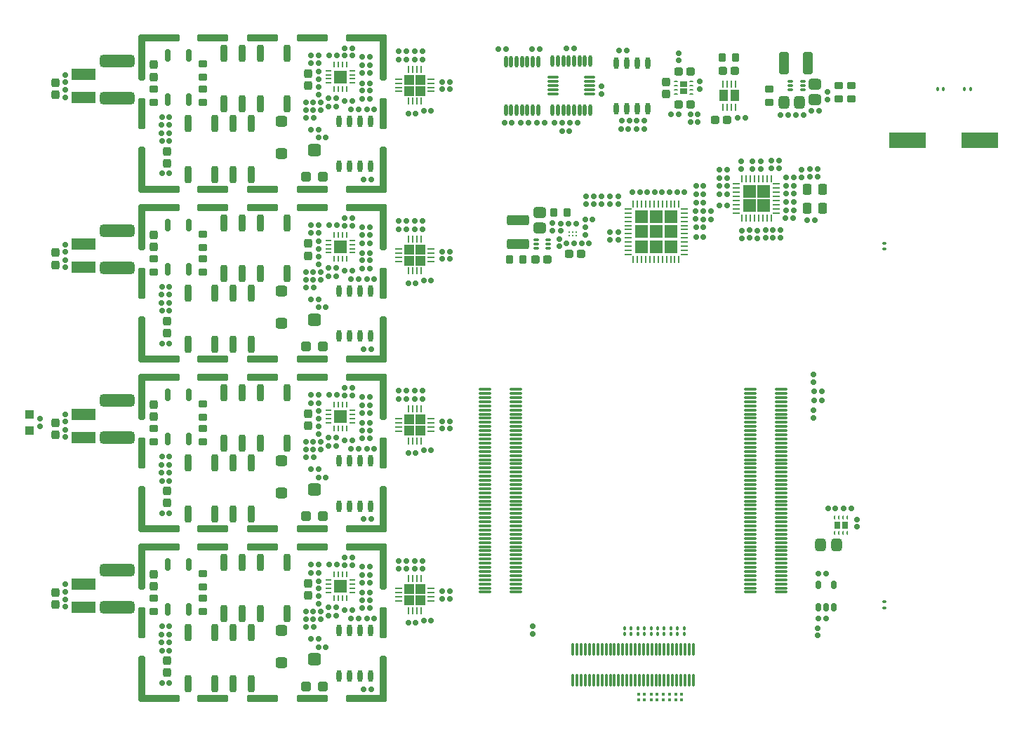
<source format=gtp>
G04*
G04 #@! TF.GenerationSoftware,Altium Limited,Altium Designer,22.4.2 (48)*
G04*
G04 Layer_Color=8421504*
%FSAX25Y25*%
%MOIN*%
G70*
G04*
G04 #@! TF.SameCoordinates,5E64B9DA-0424-454E-A7BF-F7E50E35A289*
G04*
G04*
G04 #@! TF.FilePolarity,Positive*
G04*
G01*
G75*
%ADD20R,0.04331X0.05512*%
%ADD21R,0.04331X0.05512*%
%ADD22R,0.02756X0.03543*%
%ADD23R,0.03543X0.02756*%
%ADD24R,0.06299X0.06299*%
%ADD25R,0.04528X0.04528*%
%ADD26R,0.06102X0.06102*%
G04:AMPARAMS|DCode=27|XSize=23.62mil|YSize=23.62mil|CornerRadius=5.91mil|HoleSize=0mil|Usage=FLASHONLY|Rotation=0.000|XOffset=0mil|YOffset=0mil|HoleType=Round|Shape=RoundedRectangle|*
%AMROUNDEDRECTD27*
21,1,0.02362,0.01181,0,0,0.0*
21,1,0.01181,0.02362,0,0,0.0*
1,1,0.01181,0.00591,-0.00591*
1,1,0.01181,-0.00591,-0.00591*
1,1,0.01181,-0.00591,0.00591*
1,1,0.01181,0.00591,0.00591*
%
%ADD27ROUNDEDRECTD27*%
G04:AMPARAMS|DCode=28|XSize=19.68mil|YSize=11.81mil|CornerRadius=2.95mil|HoleSize=0mil|Usage=FLASHONLY|Rotation=90.000|XOffset=0mil|YOffset=0mil|HoleType=Round|Shape=RoundedRectangle|*
%AMROUNDEDRECTD28*
21,1,0.01968,0.00591,0,0,90.0*
21,1,0.01378,0.01181,0,0,90.0*
1,1,0.00591,0.00295,0.00689*
1,1,0.00591,0.00295,-0.00689*
1,1,0.00591,-0.00295,-0.00689*
1,1,0.00591,-0.00295,0.00689*
%
%ADD28ROUNDEDRECTD28*%
G04:AMPARAMS|DCode=29|XSize=173.23mil|YSize=74.8mil|CornerRadius=3.74mil|HoleSize=0mil|Usage=FLASHONLY|Rotation=0.000|XOffset=0mil|YOffset=0mil|HoleType=Round|Shape=RoundedRectangle|*
%AMROUNDEDRECTD29*
21,1,0.17323,0.06732,0,0,0.0*
21,1,0.16575,0.07480,0,0,0.0*
1,1,0.00748,0.08287,-0.03366*
1,1,0.00748,-0.08287,-0.03366*
1,1,0.00748,-0.08287,0.03366*
1,1,0.00748,0.08287,0.03366*
%
%ADD29ROUNDEDRECTD29*%
G04:AMPARAMS|DCode=30|XSize=39.37mil|YSize=35.43mil|CornerRadius=8.86mil|HoleSize=0mil|Usage=FLASHONLY|Rotation=0.000|XOffset=0mil|YOffset=0mil|HoleType=Round|Shape=RoundedRectangle|*
%AMROUNDEDRECTD30*
21,1,0.03937,0.01772,0,0,0.0*
21,1,0.02165,0.03543,0,0,0.0*
1,1,0.01772,0.01083,-0.00886*
1,1,0.01772,-0.01083,-0.00886*
1,1,0.01772,-0.01083,0.00886*
1,1,0.01772,0.01083,0.00886*
%
%ADD30ROUNDEDRECTD30*%
G04:AMPARAMS|DCode=31|XSize=39.37mil|YSize=35.43mil|CornerRadius=8.86mil|HoleSize=0mil|Usage=FLASHONLY|Rotation=270.000|XOffset=0mil|YOffset=0mil|HoleType=Round|Shape=RoundedRectangle|*
%AMROUNDEDRECTD31*
21,1,0.03937,0.01772,0,0,270.0*
21,1,0.02165,0.03543,0,0,270.0*
1,1,0.01772,-0.00886,-0.01083*
1,1,0.01772,-0.00886,0.01083*
1,1,0.01772,0.00886,0.01083*
1,1,0.01772,0.00886,-0.01083*
%
%ADD31ROUNDEDRECTD31*%
G04:AMPARAMS|DCode=32|XSize=23.62mil|YSize=23.62mil|CornerRadius=5.91mil|HoleSize=0mil|Usage=FLASHONLY|Rotation=270.000|XOffset=0mil|YOffset=0mil|HoleType=Round|Shape=RoundedRectangle|*
%AMROUNDEDRECTD32*
21,1,0.02362,0.01181,0,0,270.0*
21,1,0.01181,0.02362,0,0,270.0*
1,1,0.01181,-0.00591,-0.00591*
1,1,0.01181,-0.00591,0.00591*
1,1,0.01181,0.00591,0.00591*
1,1,0.01181,0.00591,-0.00591*
%
%ADD32ROUNDEDRECTD32*%
G04:AMPARAMS|DCode=33|XSize=107.09mil|YSize=48.42mil|CornerRadius=12.11mil|HoleSize=0mil|Usage=FLASHONLY|Rotation=270.000|XOffset=0mil|YOffset=0mil|HoleType=Round|Shape=RoundedRectangle|*
%AMROUNDEDRECTD33*
21,1,0.10709,0.02421,0,0,270.0*
21,1,0.08287,0.04842,0,0,270.0*
1,1,0.02421,-0.01211,-0.04144*
1,1,0.02421,-0.01211,0.04144*
1,1,0.02421,0.01211,0.04144*
1,1,0.02421,0.01211,-0.04144*
%
%ADD33ROUNDEDRECTD33*%
G04:AMPARAMS|DCode=34|XSize=59.06mil|YSize=51.18mil|CornerRadius=12.8mil|HoleSize=0mil|Usage=FLASHONLY|Rotation=180.000|XOffset=0mil|YOffset=0mil|HoleType=Round|Shape=RoundedRectangle|*
%AMROUNDEDRECTD34*
21,1,0.05906,0.02559,0,0,180.0*
21,1,0.03347,0.05118,0,0,180.0*
1,1,0.02559,-0.01673,0.01280*
1,1,0.02559,0.01673,0.01280*
1,1,0.02559,0.01673,-0.01280*
1,1,0.02559,-0.01673,-0.01280*
%
%ADD34ROUNDEDRECTD34*%
G04:AMPARAMS|DCode=35|XSize=59.06mil|YSize=51.18mil|CornerRadius=12.8mil|HoleSize=0mil|Usage=FLASHONLY|Rotation=270.000|XOffset=0mil|YOffset=0mil|HoleType=Round|Shape=RoundedRectangle|*
%AMROUNDEDRECTD35*
21,1,0.05906,0.02559,0,0,270.0*
21,1,0.03347,0.05118,0,0,270.0*
1,1,0.02559,-0.01280,-0.01673*
1,1,0.02559,-0.01280,0.01673*
1,1,0.02559,0.01280,0.01673*
1,1,0.02559,0.01280,-0.01673*
%
%ADD35ROUNDEDRECTD35*%
G04:AMPARAMS|DCode=36|XSize=11.81mil|YSize=26.38mil|CornerRadius=2.95mil|HoleSize=0mil|Usage=FLASHONLY|Rotation=270.000|XOffset=0mil|YOffset=0mil|HoleType=Round|Shape=RoundedRectangle|*
%AMROUNDEDRECTD36*
21,1,0.01181,0.02047,0,0,270.0*
21,1,0.00591,0.02638,0,0,270.0*
1,1,0.00591,-0.01024,-0.00295*
1,1,0.00591,-0.01024,0.00295*
1,1,0.00591,0.01024,0.00295*
1,1,0.00591,0.01024,-0.00295*
%
%ADD36ROUNDEDRECTD36*%
G04:AMPARAMS|DCode=37|XSize=37.4mil|YSize=41.34mil|CornerRadius=9.35mil|HoleSize=0mil|Usage=FLASHONLY|Rotation=270.000|XOffset=0mil|YOffset=0mil|HoleType=Round|Shape=RoundedRectangle|*
%AMROUNDEDRECTD37*
21,1,0.03740,0.02264,0,0,270.0*
21,1,0.01870,0.04134,0,0,270.0*
1,1,0.01870,-0.01132,-0.00935*
1,1,0.01870,-0.01132,0.00935*
1,1,0.01870,0.01132,0.00935*
1,1,0.01870,0.01132,-0.00935*
%
%ADD37ROUNDEDRECTD37*%
G04:AMPARAMS|DCode=38|XSize=9.84mil|YSize=35.43mil|CornerRadius=2.46mil|HoleSize=0mil|Usage=FLASHONLY|Rotation=180.000|XOffset=0mil|YOffset=0mil|HoleType=Round|Shape=RoundedRectangle|*
%AMROUNDEDRECTD38*
21,1,0.00984,0.03051,0,0,180.0*
21,1,0.00492,0.03543,0,0,180.0*
1,1,0.00492,-0.00246,0.01526*
1,1,0.00492,0.00246,0.01526*
1,1,0.00492,0.00246,-0.01526*
1,1,0.00492,-0.00246,-0.01526*
%
%ADD38ROUNDEDRECTD38*%
G04:AMPARAMS|DCode=39|XSize=25.2mil|YSize=25.2mil|CornerRadius=6.3mil|HoleSize=0mil|Usage=FLASHONLY|Rotation=270.000|XOffset=0mil|YOffset=0mil|HoleType=Round|Shape=RoundedRectangle|*
%AMROUNDEDRECTD39*
21,1,0.02520,0.01260,0,0,270.0*
21,1,0.01260,0.02520,0,0,270.0*
1,1,0.01260,-0.00630,-0.00630*
1,1,0.01260,-0.00630,0.00630*
1,1,0.01260,0.00630,0.00630*
1,1,0.01260,0.00630,-0.00630*
%
%ADD39ROUNDEDRECTD39*%
%ADD40O,0.05512X0.01378*%
%ADD41O,0.01772X0.05512*%
G04:AMPARAMS|DCode=42|XSize=25.2mil|YSize=25.2mil|CornerRadius=6.3mil|HoleSize=0mil|Usage=FLASHONLY|Rotation=0.000|XOffset=0mil|YOffset=0mil|HoleType=Round|Shape=RoundedRectangle|*
%AMROUNDEDRECTD42*
21,1,0.02520,0.01260,0,0,0.0*
21,1,0.01260,0.02520,0,0,0.0*
1,1,0.01260,0.00630,-0.00630*
1,1,0.01260,-0.00630,-0.00630*
1,1,0.01260,-0.00630,0.00630*
1,1,0.01260,0.00630,0.00630*
%
%ADD42ROUNDEDRECTD42*%
%ADD43O,0.02362X0.05709*%
G04:AMPARAMS|DCode=44|XSize=9.84mil|YSize=19.68mil|CornerRadius=2.46mil|HoleSize=0mil|Usage=FLASHONLY|Rotation=180.000|XOffset=0mil|YOffset=0mil|HoleType=Round|Shape=RoundedRectangle|*
%AMROUNDEDRECTD44*
21,1,0.00984,0.01476,0,0,180.0*
21,1,0.00492,0.01968,0,0,180.0*
1,1,0.00492,-0.00246,0.00738*
1,1,0.00492,0.00246,0.00738*
1,1,0.00492,0.00246,-0.00738*
1,1,0.00492,-0.00246,-0.00738*
%
%ADD44ROUNDEDRECTD44*%
%ADD45O,0.00984X0.03347*%
%ADD46O,0.03150X0.00984*%
%ADD47O,0.00984X0.03150*%
G04:AMPARAMS|DCode=48|XSize=19.68mil|YSize=11.81mil|CornerRadius=2.95mil|HoleSize=0mil|Usage=FLASHONLY|Rotation=0.000|XOffset=0mil|YOffset=0mil|HoleType=Round|Shape=RoundedRectangle|*
%AMROUNDEDRECTD48*
21,1,0.01968,0.00591,0,0,0.0*
21,1,0.01378,0.01181,0,0,0.0*
1,1,0.00591,0.00689,-0.00295*
1,1,0.00591,-0.00689,-0.00295*
1,1,0.00591,-0.00689,0.00295*
1,1,0.00591,0.00689,0.00295*
%
%ADD48ROUNDEDRECTD48*%
G04:AMPARAMS|DCode=49|XSize=9.84mil|YSize=19.68mil|CornerRadius=2.46mil|HoleSize=0mil|Usage=FLASHONLY|Rotation=90.000|XOffset=0mil|YOffset=0mil|HoleType=Round|Shape=RoundedRectangle|*
%AMROUNDEDRECTD49*
21,1,0.00984,0.01476,0,0,90.0*
21,1,0.00492,0.01968,0,0,90.0*
1,1,0.00492,0.00738,0.00246*
1,1,0.00492,0.00738,-0.00246*
1,1,0.00492,-0.00738,-0.00246*
1,1,0.00492,-0.00738,0.00246*
%
%ADD49ROUNDEDRECTD49*%
G04:AMPARAMS|DCode=50|XSize=37.4mil|YSize=41.34mil|CornerRadius=9.35mil|HoleSize=0mil|Usage=FLASHONLY|Rotation=0.000|XOffset=0mil|YOffset=0mil|HoleType=Round|Shape=RoundedRectangle|*
%AMROUNDEDRECTD50*
21,1,0.03740,0.02264,0,0,0.0*
21,1,0.01870,0.04134,0,0,0.0*
1,1,0.01870,0.00935,-0.01132*
1,1,0.01870,-0.00935,-0.01132*
1,1,0.01870,-0.00935,0.01132*
1,1,0.01870,0.00935,0.01132*
%
%ADD50ROUNDEDRECTD50*%
G04:AMPARAMS|DCode=51|XSize=23.62mil|YSize=60.63mil|CornerRadius=5.91mil|HoleSize=0mil|Usage=FLASHONLY|Rotation=180.000|XOffset=0mil|YOffset=0mil|HoleType=Round|Shape=RoundedRectangle|*
%AMROUNDEDRECTD51*
21,1,0.02362,0.04882,0,0,180.0*
21,1,0.01181,0.06063,0,0,180.0*
1,1,0.01181,-0.00591,0.02441*
1,1,0.01181,0.00591,0.02441*
1,1,0.01181,0.00591,-0.02441*
1,1,0.01181,-0.00591,-0.02441*
%
%ADD51ROUNDEDRECTD51*%
G04:AMPARAMS|DCode=52|XSize=31.5mil|YSize=81.1mil|CornerRadius=7.87mil|HoleSize=0mil|Usage=FLASHONLY|Rotation=180.000|XOffset=0mil|YOffset=0mil|HoleType=Round|Shape=RoundedRectangle|*
%AMROUNDEDRECTD52*
21,1,0.03150,0.06535,0,0,180.0*
21,1,0.01575,0.08110,0,0,180.0*
1,1,0.01575,-0.00787,0.03268*
1,1,0.01575,0.00787,0.03268*
1,1,0.01575,0.00787,-0.03268*
1,1,0.01575,-0.00787,-0.03268*
%
%ADD52ROUNDEDRECTD52*%
%ADD53O,0.03347X0.00984*%
G04:AMPARAMS|DCode=54|XSize=112.21mil|YSize=55.12mil|CornerRadius=2.76mil|HoleSize=0mil|Usage=FLASHONLY|Rotation=180.000|XOffset=0mil|YOffset=0mil|HoleType=Round|Shape=RoundedRectangle|*
%AMROUNDEDRECTD54*
21,1,0.11221,0.04961,0,0,180.0*
21,1,0.10669,0.05512,0,0,180.0*
1,1,0.00551,-0.05335,0.02480*
1,1,0.00551,0.05335,0.02480*
1,1,0.00551,0.05335,-0.02480*
1,1,0.00551,-0.05335,-0.02480*
%
%ADD54ROUNDEDRECTD54*%
G04:AMPARAMS|DCode=55|XSize=59.06mil|YSize=165.35mil|CornerRadius=14.76mil|HoleSize=0mil|Usage=FLASHONLY|Rotation=90.000|XOffset=0mil|YOffset=0mil|HoleType=Round|Shape=RoundedRectangle|*
%AMROUNDEDRECTD55*
21,1,0.05906,0.13583,0,0,90.0*
21,1,0.02953,0.16535,0,0,90.0*
1,1,0.02953,0.06791,0.01476*
1,1,0.02953,0.06791,-0.01476*
1,1,0.02953,-0.06791,-0.01476*
1,1,0.02953,-0.06791,0.01476*
%
%ADD55ROUNDEDRECTD55*%
G04:AMPARAMS|DCode=56|XSize=62.99mil|YSize=59.06mil|CornerRadius=14.76mil|HoleSize=0mil|Usage=FLASHONLY|Rotation=0.000|XOffset=0mil|YOffset=0mil|HoleType=Round|Shape=RoundedRectangle|*
%AMROUNDEDRECTD56*
21,1,0.06299,0.02953,0,0,0.0*
21,1,0.03347,0.05906,0,0,0.0*
1,1,0.02953,0.01673,-0.01476*
1,1,0.02953,-0.01673,-0.01476*
1,1,0.02953,-0.01673,0.01476*
1,1,0.02953,0.01673,0.01476*
%
%ADD56ROUNDEDRECTD56*%
G04:AMPARAMS|DCode=57|XSize=47.24mil|YSize=47.24mil|CornerRadius=11.81mil|HoleSize=0mil|Usage=FLASHONLY|Rotation=0.000|XOffset=0mil|YOffset=0mil|HoleType=Round|Shape=RoundedRectangle|*
%AMROUNDEDRECTD57*
21,1,0.04724,0.02362,0,0,0.0*
21,1,0.02362,0.04724,0,0,0.0*
1,1,0.02362,0.01181,-0.01181*
1,1,0.02362,-0.01181,-0.01181*
1,1,0.02362,-0.01181,0.01181*
1,1,0.02362,0.01181,0.01181*
%
%ADD57ROUNDEDRECTD57*%
G04:AMPARAMS|DCode=58|XSize=55.12mil|YSize=51.18mil|CornerRadius=12.8mil|HoleSize=0mil|Usage=FLASHONLY|Rotation=0.000|XOffset=0mil|YOffset=0mil|HoleType=Round|Shape=RoundedRectangle|*
%AMROUNDEDRECTD58*
21,1,0.05512,0.02559,0,0,0.0*
21,1,0.02953,0.05118,0,0,0.0*
1,1,0.02559,0.01476,-0.01280*
1,1,0.02559,-0.01476,-0.01280*
1,1,0.02559,-0.01476,0.01280*
1,1,0.02559,0.01476,0.01280*
%
%ADD58ROUNDEDRECTD58*%
G04:AMPARAMS|DCode=59|XSize=31.5mil|YSize=149.61mil|CornerRadius=7.87mil|HoleSize=0mil|Usage=FLASHONLY|Rotation=180.000|XOffset=0mil|YOffset=0mil|HoleType=Round|Shape=RoundedRectangle|*
%AMROUNDEDRECTD59*
21,1,0.03150,0.13386,0,0,180.0*
21,1,0.01575,0.14961,0,0,180.0*
1,1,0.01575,-0.00787,0.06693*
1,1,0.01575,0.00787,0.06693*
1,1,0.01575,0.00787,-0.06693*
1,1,0.01575,-0.00787,-0.06693*
%
%ADD59ROUNDEDRECTD59*%
G04:AMPARAMS|DCode=60|XSize=31.5mil|YSize=149.61mil|CornerRadius=7.87mil|HoleSize=0mil|Usage=FLASHONLY|Rotation=270.000|XOffset=0mil|YOffset=0mil|HoleType=Round|Shape=RoundedRectangle|*
%AMROUNDEDRECTD60*
21,1,0.03150,0.13386,0,0,270.0*
21,1,0.01575,0.14961,0,0,270.0*
1,1,0.01575,-0.06693,-0.00787*
1,1,0.01575,-0.06693,0.00787*
1,1,0.01575,0.06693,0.00787*
1,1,0.01575,0.06693,-0.00787*
%
%ADD60ROUNDEDRECTD60*%
G04:AMPARAMS|DCode=61|XSize=31.5mil|YSize=218.5mil|CornerRadius=7.87mil|HoleSize=0mil|Usage=FLASHONLY|Rotation=180.000|XOffset=0mil|YOffset=0mil|HoleType=Round|Shape=RoundedRectangle|*
%AMROUNDEDRECTD61*
21,1,0.03150,0.20276,0,0,180.0*
21,1,0.01575,0.21850,0,0,180.0*
1,1,0.01575,-0.00787,0.10138*
1,1,0.01575,0.00787,0.10138*
1,1,0.01575,0.00787,-0.10138*
1,1,0.01575,-0.00787,-0.10138*
%
%ADD61ROUNDEDRECTD61*%
G04:AMPARAMS|DCode=62|XSize=31.5mil|YSize=196.06mil|CornerRadius=7.87mil|HoleSize=0mil|Usage=FLASHONLY|Rotation=270.000|XOffset=0mil|YOffset=0mil|HoleType=Round|Shape=RoundedRectangle|*
%AMROUNDEDRECTD62*
21,1,0.03150,0.18032,0,0,270.0*
21,1,0.01575,0.19606,0,0,270.0*
1,1,0.01575,-0.09016,-0.00787*
1,1,0.01575,-0.09016,0.00787*
1,1,0.01575,0.09016,0.00787*
1,1,0.01575,0.09016,-0.00787*
%
%ADD62ROUNDEDRECTD62*%
G04:AMPARAMS|DCode=63|XSize=58.27mil|YSize=58.27mil|CornerRadius=0mil|HoleSize=0mil|Usage=FLASHONLY|Rotation=0.000|XOffset=0mil|YOffset=0mil|HoleType=Round|Shape=RoundedRectangle|*
%AMROUNDEDRECTD63*
21,1,0.05827,0.05827,0,0,0.0*
21,1,0.05827,0.05827,0,0,0.0*
1,1,0.00000,0.02913,-0.02913*
1,1,0.00000,-0.02913,-0.02913*
1,1,0.00000,-0.02913,0.02913*
1,1,0.00000,0.02913,0.02913*
%
%ADD63ROUNDEDRECTD63*%
G04:AMPARAMS|DCode=64|XSize=51.18mil|YSize=43.31mil|CornerRadius=10.83mil|HoleSize=0mil|Usage=FLASHONLY|Rotation=90.000|XOffset=0mil|YOffset=0mil|HoleType=Round|Shape=RoundedRectangle|*
%AMROUNDEDRECTD64*
21,1,0.05118,0.02165,0,0,90.0*
21,1,0.02953,0.04331,0,0,90.0*
1,1,0.02165,0.01083,0.01476*
1,1,0.02165,0.01083,-0.01476*
1,1,0.02165,-0.01083,-0.01476*
1,1,0.02165,-0.01083,0.01476*
%
%ADD64ROUNDEDRECTD64*%
G04:AMPARAMS|DCode=65|XSize=23.62mil|YSize=39.37mil|CornerRadius=5.91mil|HoleSize=0mil|Usage=FLASHONLY|Rotation=180.000|XOffset=0mil|YOffset=0mil|HoleType=Round|Shape=RoundedRectangle|*
%AMROUNDEDRECTD65*
21,1,0.02362,0.02756,0,0,180.0*
21,1,0.01181,0.03937,0,0,180.0*
1,1,0.01181,-0.00591,0.01378*
1,1,0.01181,0.00591,0.01378*
1,1,0.01181,0.00591,-0.01378*
1,1,0.01181,-0.00591,-0.01378*
%
%ADD65ROUNDEDRECTD65*%
%ADD66C,0.01100*%
%ADD67O,0.00984X0.03543*%
%ADD68O,0.03543X0.00984*%
G04:AMPARAMS|DCode=69|XSize=13.78mil|YSize=15.75mil|CornerRadius=3.45mil|HoleSize=0mil|Usage=FLASHONLY|Rotation=0.000|XOffset=0mil|YOffset=0mil|HoleType=Round|Shape=RoundedRectangle|*
%AMROUNDEDRECTD69*
21,1,0.01378,0.00886,0,0,0.0*
21,1,0.00689,0.01575,0,0,0.0*
1,1,0.00689,0.00345,-0.00443*
1,1,0.00689,-0.00345,-0.00443*
1,1,0.00689,-0.00345,0.00443*
1,1,0.00689,0.00345,0.00443*
%
%ADD69ROUNDEDRECTD69*%
G04:AMPARAMS|DCode=70|XSize=107.09mil|YSize=48.42mil|CornerRadius=12.11mil|HoleSize=0mil|Usage=FLASHONLY|Rotation=180.000|XOffset=0mil|YOffset=0mil|HoleType=Round|Shape=RoundedRectangle|*
%AMROUNDEDRECTD70*
21,1,0.10709,0.02421,0,0,180.0*
21,1,0.08287,0.04842,0,0,180.0*
1,1,0.02421,-0.04144,0.01211*
1,1,0.02421,0.04144,0.01211*
1,1,0.02421,0.04144,-0.01211*
1,1,0.02421,-0.04144,-0.01211*
%
%ADD70ROUNDEDRECTD70*%
G04:AMPARAMS|DCode=71|XSize=11.81mil|YSize=59.06mil|CornerRadius=2.95mil|HoleSize=0mil|Usage=FLASHONLY|Rotation=0.000|XOffset=0mil|YOffset=0mil|HoleType=Round|Shape=RoundedRectangle|*
%AMROUNDEDRECTD71*
21,1,0.01181,0.05315,0,0,0.0*
21,1,0.00591,0.05906,0,0,0.0*
1,1,0.00591,0.00295,-0.02657*
1,1,0.00591,-0.00295,-0.02657*
1,1,0.00591,-0.00295,0.02657*
1,1,0.00591,0.00295,0.02657*
%
%ADD71ROUNDEDRECTD71*%
G04:AMPARAMS|DCode=72|XSize=11.81mil|YSize=59.06mil|CornerRadius=2.95mil|HoleSize=0mil|Usage=FLASHONLY|Rotation=270.000|XOffset=0mil|YOffset=0mil|HoleType=Round|Shape=RoundedRectangle|*
%AMROUNDEDRECTD72*
21,1,0.01181,0.05315,0,0,270.0*
21,1,0.00591,0.05906,0,0,270.0*
1,1,0.00591,-0.02657,-0.00295*
1,1,0.00591,-0.02657,0.00295*
1,1,0.00591,0.02657,0.00295*
1,1,0.00591,0.02657,-0.00295*
%
%ADD72ROUNDEDRECTD72*%
G04:AMPARAMS|DCode=73|XSize=43.31mil|YSize=43.31mil|CornerRadius=10.83mil|HoleSize=0mil|Usage=FLASHONLY|Rotation=90.000|XOffset=0mil|YOffset=0mil|HoleType=Round|Shape=RoundedRectangle|*
%AMROUNDEDRECTD73*
21,1,0.04331,0.02165,0,0,90.0*
21,1,0.02165,0.04331,0,0,90.0*
1,1,0.02165,0.01083,0.01083*
1,1,0.02165,0.01083,-0.01083*
1,1,0.02165,-0.01083,-0.01083*
1,1,0.02165,-0.01083,0.01083*
%
%ADD73ROUNDEDRECTD73*%
G04:AMPARAMS|DCode=74|XSize=16.54mil|YSize=18.11mil|CornerRadius=4.13mil|HoleSize=0mil|Usage=FLASHONLY|Rotation=0.000|XOffset=0mil|YOffset=0mil|HoleType=Round|Shape=RoundedRectangle|*
%AMROUNDEDRECTD74*
21,1,0.01654,0.00984,0,0,0.0*
21,1,0.00827,0.01811,0,0,0.0*
1,1,0.00827,0.00413,-0.00492*
1,1,0.00827,-0.00413,-0.00492*
1,1,0.00827,-0.00413,0.00492*
1,1,0.00827,0.00413,0.00492*
%
%ADD74ROUNDEDRECTD74*%
D20*
X0333268Y0351378D02*
D03*
D21*
X0338386D02*
D03*
D22*
X0390747Y0147146D02*
D03*
X0387204D02*
D03*
D23*
X0314234Y0356793D02*
D03*
Y0353250D02*
D03*
D24*
X0345473Y0299016D02*
D03*
X0352165D02*
D03*
Y0305709D02*
D03*
X0345473D02*
D03*
D25*
X0183858Y0272835D02*
D03*
Y0278150D02*
D03*
X0189173D02*
D03*
Y0272835D02*
D03*
X0183857Y0192126D02*
D03*
Y0197441D02*
D03*
X0189172D02*
D03*
Y0192126D02*
D03*
X0183857Y0111417D02*
D03*
Y0116732D02*
D03*
X0189172D02*
D03*
Y0111417D02*
D03*
X0183859Y0353543D02*
D03*
Y0358858D02*
D03*
X0189173D02*
D03*
Y0353543D02*
D03*
D26*
X0294067Y0293701D02*
D03*
X0301154D02*
D03*
X0308240D02*
D03*
Y0286614D02*
D03*
X0301154D02*
D03*
X0294067D02*
D03*
Y0279528D02*
D03*
X0301154D02*
D03*
X0308240D02*
D03*
D27*
X0375984Y0215158D02*
D03*
Y0218701D02*
D03*
X0382677Y0349508D02*
D03*
Y0353051D02*
D03*
X0134744Y0186614D02*
D03*
Y0183071D02*
D03*
Y0105905D02*
D03*
Y0102362D02*
D03*
Y0348031D02*
D03*
Y0344488D02*
D03*
Y0267323D02*
D03*
Y0263780D02*
D03*
X0311811Y0371457D02*
D03*
X0153347Y0373819D02*
D03*
Y0131693D02*
D03*
Y0212402D02*
D03*
Y0293110D02*
D03*
X0311811Y0367913D02*
D03*
X0020669Y0353937D02*
D03*
Y0350394D02*
D03*
X0020669Y0357677D02*
D03*
Y0361221D02*
D03*
X0140945Y0278445D02*
D03*
Y0281988D02*
D03*
X0141831Y0267323D02*
D03*
Y0263780D02*
D03*
X0138287Y0267323D02*
D03*
Y0263780D02*
D03*
X0156890Y0293110D02*
D03*
Y0289567D02*
D03*
X0153347D02*
D03*
X0020669Y0269685D02*
D03*
Y0273228D02*
D03*
X0020669Y0276969D02*
D03*
Y0280512D02*
D03*
X0140945Y0197736D02*
D03*
Y0201280D02*
D03*
X0141831Y0186614D02*
D03*
Y0183071D02*
D03*
X0138287Y0186614D02*
D03*
Y0183071D02*
D03*
X0156890Y0212402D02*
D03*
Y0208858D02*
D03*
X0153347D02*
D03*
X0020669Y0188976D02*
D03*
Y0192520D02*
D03*
X0020669Y0196260D02*
D03*
Y0199803D02*
D03*
X0140945Y0117028D02*
D03*
Y0120571D02*
D03*
X0141831Y0105905D02*
D03*
Y0102362D02*
D03*
X0138287Y0105905D02*
D03*
Y0102362D02*
D03*
X0156890Y0131693D02*
D03*
Y0128150D02*
D03*
X0153347D02*
D03*
X0020669Y0108268D02*
D03*
Y0111811D02*
D03*
X0020669Y0115551D02*
D03*
Y0119095D02*
D03*
X0141831Y0348031D02*
D03*
Y0344488D02*
D03*
X0140945Y0359154D02*
D03*
Y0362697D02*
D03*
X0138287Y0348031D02*
D03*
Y0344488D02*
D03*
X0156890Y0373819D02*
D03*
Y0370276D02*
D03*
X0153347D02*
D03*
X0377953Y0098228D02*
D03*
Y0094685D02*
D03*
X0375984Y0201772D02*
D03*
Y0198228D02*
D03*
X0360138Y0283760D02*
D03*
Y0287303D02*
D03*
X0356594Y0283760D02*
D03*
Y0287303D02*
D03*
X0353051Y0283760D02*
D03*
Y0287303D02*
D03*
X0370177Y0312500D02*
D03*
Y0316043D02*
D03*
X0242618Y0099114D02*
D03*
Y0095571D02*
D03*
X0008661Y0194095D02*
D03*
Y0197638D02*
D03*
X0319910Y0296260D02*
D03*
Y0292717D02*
D03*
X0255118Y0283169D02*
D03*
Y0279626D02*
D03*
X0396457Y0146358D02*
D03*
Y0149902D02*
D03*
X0255807Y0290453D02*
D03*
Y0286910D02*
D03*
X0345571Y0287303D02*
D03*
Y0283760D02*
D03*
X0267913Y0299705D02*
D03*
Y0303248D02*
D03*
X0271457Y0299705D02*
D03*
Y0303248D02*
D03*
D28*
X0450394Y0354429D02*
D03*
X0447638D02*
D03*
X0434842D02*
D03*
X0437598D02*
D03*
D29*
X0420669Y0329921D02*
D03*
X0454921D02*
D03*
D30*
X0387992Y0356201D02*
D03*
Y0349902D02*
D03*
X0393996Y0356201D02*
D03*
Y0349902D02*
D03*
X0354823Y0354528D02*
D03*
Y0348228D02*
D03*
X0085728Y0285531D02*
D03*
Y0279232D02*
D03*
Y0204823D02*
D03*
Y0198524D02*
D03*
Y0124114D02*
D03*
Y0117815D02*
D03*
X0085728Y0273721D02*
D03*
Y0193012D02*
D03*
Y0112303D02*
D03*
X0062500Y0267421D02*
D03*
Y0186713D02*
D03*
Y0106004D02*
D03*
X0085728Y0267421D02*
D03*
Y0186713D02*
D03*
Y0106004D02*
D03*
X0062500Y0273721D02*
D03*
Y0193012D02*
D03*
Y0112303D02*
D03*
X0085728Y0348130D02*
D03*
Y0354429D02*
D03*
X0085728Y0366240D02*
D03*
Y0359941D02*
D03*
X0062500Y0348130D02*
D03*
Y0354429D02*
D03*
D31*
X0332598Y0369390D02*
D03*
X0338898D02*
D03*
X0252658Y0295768D02*
D03*
X0258957D02*
D03*
X0231594Y0273524D02*
D03*
X0237894D02*
D03*
D32*
X0360236Y0341929D02*
D03*
X0363780D02*
D03*
X0378445Y0344094D02*
D03*
X0374902D02*
D03*
X0371063Y0341929D02*
D03*
X0367520D02*
D03*
X0232677Y0338484D02*
D03*
X0229134D02*
D03*
X0244685D02*
D03*
X0248228D02*
D03*
X0256398Y0334350D02*
D03*
X0259941D02*
D03*
X0242323Y0373327D02*
D03*
X0245866D02*
D03*
X0229724Y0373327D02*
D03*
X0226181D02*
D03*
X0284902Y0339370D02*
D03*
X0288445D02*
D03*
X0291988D02*
D03*
X0295532D02*
D03*
X0374213Y0312598D02*
D03*
X0377756D02*
D03*
X0374213Y0316535D02*
D03*
X0377756D02*
D03*
X0376181Y0206299D02*
D03*
X0379724D02*
D03*
X0376181Y0210630D02*
D03*
X0379724D02*
D03*
X0137205Y0254331D02*
D03*
X0140748D02*
D03*
X0137205Y0173622D02*
D03*
X0140748D02*
D03*
X0137205Y0092913D02*
D03*
X0140748D02*
D03*
X0165059Y0200492D02*
D03*
X0161516D02*
D03*
X0165059Y0119783D02*
D03*
X0161516D02*
D03*
X0165059Y0361910D02*
D03*
X0161516D02*
D03*
X0165059Y0281201D02*
D03*
X0161516D02*
D03*
X0308268Y0342323D02*
D03*
X0320927Y0338683D02*
D03*
X0317384D02*
D03*
Y0342423D02*
D03*
X0320927D02*
D03*
X0311811Y0342323D02*
D03*
X0331201Y0316142D02*
D03*
X0334744D02*
D03*
X0144291Y0331299D02*
D03*
X0140748D02*
D03*
X0140748Y0335039D02*
D03*
X0137205D02*
D03*
X0069980Y0341043D02*
D03*
X0066437D02*
D03*
X0066437Y0314272D02*
D03*
X0069980D02*
D03*
X0069980Y0329626D02*
D03*
X0066437D02*
D03*
X0069980Y0233563D02*
D03*
X0066437D02*
D03*
X0066437Y0248917D02*
D03*
X0069980D02*
D03*
X0066437Y0260335D02*
D03*
X0069980D02*
D03*
X0183465Y0262008D02*
D03*
X0187008D02*
D03*
X0138386Y0260039D02*
D03*
X0134843D02*
D03*
X0165059Y0276476D02*
D03*
X0161516D02*
D03*
X0161516Y0272933D02*
D03*
X0165059D02*
D03*
X0140748Y0250591D02*
D03*
X0144291D02*
D03*
X0199606Y0277165D02*
D03*
X0203150D02*
D03*
X0199606Y0273622D02*
D03*
X0203150D02*
D03*
X0069980Y0152854D02*
D03*
X0066437D02*
D03*
X0066437Y0168209D02*
D03*
X0069980D02*
D03*
X0066437Y0179626D02*
D03*
X0069980D02*
D03*
X0183465Y0181299D02*
D03*
X0187008D02*
D03*
X0138386Y0179331D02*
D03*
X0134843D02*
D03*
X0165059Y0195768D02*
D03*
X0161516D02*
D03*
X0161516Y0192225D02*
D03*
X0165059D02*
D03*
X0140748Y0169882D02*
D03*
X0144291D02*
D03*
X0199606Y0196457D02*
D03*
X0203150D02*
D03*
X0199606Y0192913D02*
D03*
X0203150D02*
D03*
X0069980Y0072146D02*
D03*
X0066437D02*
D03*
X0066437Y0087500D02*
D03*
X0069980D02*
D03*
X0066437Y0098917D02*
D03*
X0069980D02*
D03*
X0183465Y0100591D02*
D03*
X0187008D02*
D03*
X0138386Y0098622D02*
D03*
X0134843D02*
D03*
X0165059Y0115059D02*
D03*
X0161516D02*
D03*
X0161516Y0111516D02*
D03*
X0165059D02*
D03*
X0140748Y0089173D02*
D03*
X0144291D02*
D03*
X0199606Y0115748D02*
D03*
X0203150D02*
D03*
X0199606Y0112205D02*
D03*
X0203150D02*
D03*
X0165059Y0357185D02*
D03*
X0161516D02*
D03*
X0161516Y0353642D02*
D03*
X0165059D02*
D03*
X0138386Y0340748D02*
D03*
X0134843D02*
D03*
X0183465Y0342717D02*
D03*
X0187008D02*
D03*
X0311095Y0305315D02*
D03*
X0314638D02*
D03*
X0304008D02*
D03*
X0307551D02*
D03*
X0265748Y0281004D02*
D03*
X0269291D02*
D03*
X0296921Y0305315D02*
D03*
X0300465D02*
D03*
X0258661Y0281004D02*
D03*
X0262205D02*
D03*
X0289835Y0305315D02*
D03*
X0293378D02*
D03*
X0267421Y0292323D02*
D03*
X0270965D02*
D03*
X0203150Y0354331D02*
D03*
X0199606D02*
D03*
X0203150Y0357874D02*
D03*
X0199606D02*
D03*
X0362697Y0293012D02*
D03*
X0366240D02*
D03*
X0356004Y0320472D02*
D03*
X0359547D02*
D03*
D33*
X0361968Y0366634D02*
D03*
X0373268D02*
D03*
D34*
X0376575Y0349311D02*
D03*
Y0356791D02*
D03*
X0245965Y0295768D02*
D03*
Y0288287D02*
D03*
D35*
X0369193Y0348130D02*
D03*
X0361713D02*
D03*
X0386811Y0137598D02*
D03*
X0379331D02*
D03*
D36*
X0364902Y0354035D02*
D03*
Y0356004D02*
D03*
Y0357972D02*
D03*
X0370728D02*
D03*
Y0356004D02*
D03*
Y0354035D02*
D03*
X0249961Y0278740D02*
D03*
X0244134Y0282677D02*
D03*
Y0280709D02*
D03*
Y0278740D02*
D03*
X0249961Y0280709D02*
D03*
Y0282677D02*
D03*
D37*
X0338563Y0362992D02*
D03*
X0332854D02*
D03*
X0329134Y0339764D02*
D03*
X0334842D02*
D03*
X0311774Y0347148D02*
D03*
X0317482D02*
D03*
X0311774Y0362896D02*
D03*
X0317482D02*
D03*
X0265650Y0276083D02*
D03*
X0259941D02*
D03*
X0249705Y0273524D02*
D03*
X0243996D02*
D03*
D38*
X0332874Y0345886D02*
D03*
X0334842D02*
D03*
X0336811D02*
D03*
X0338779D02*
D03*
X0332874Y0356870D02*
D03*
X0334842D02*
D03*
X0336811D02*
D03*
X0338779D02*
D03*
D39*
X0339823Y0340748D02*
D03*
X0343445D02*
D03*
X0252815Y0338287D02*
D03*
X0256437D02*
D03*
X0236870Y0338386D02*
D03*
X0240492D02*
D03*
X0263917Y0338287D02*
D03*
X0260295D02*
D03*
X0258425Y0373721D02*
D03*
X0262047D02*
D03*
X0283445Y0372638D02*
D03*
X0287067D02*
D03*
X0288032Y0335433D02*
D03*
X0284409D02*
D03*
X0295532Y0335433D02*
D03*
X0291910D02*
D03*
X0393898Y0154921D02*
D03*
X0390276D02*
D03*
X0186476Y0372342D02*
D03*
Y0368406D02*
D03*
X0182618D02*
D03*
X0182618Y0372342D02*
D03*
X0156260Y0344882D02*
D03*
X0140886Y0366634D02*
D03*
Y0370571D02*
D03*
X0149646D02*
D03*
X0161476Y0365650D02*
D03*
X0161476Y0369587D02*
D03*
X0182618Y0130217D02*
D03*
X0149646Y0128445D02*
D03*
X0140886Y0124508D02*
D03*
X0161476Y0127461D02*
D03*
X0140886Y0128445D02*
D03*
X0156260Y0102756D02*
D03*
X0186476Y0130217D02*
D03*
X0161476Y0123524D02*
D03*
X0186476Y0126279D02*
D03*
X0182618D02*
D03*
X0182618Y0210925D02*
D03*
X0149646Y0209154D02*
D03*
X0140886Y0205217D02*
D03*
X0161476Y0208169D02*
D03*
X0140886Y0209154D02*
D03*
X0156260Y0183465D02*
D03*
X0186476Y0210925D02*
D03*
X0161476Y0204232D02*
D03*
X0186476Y0206988D02*
D03*
X0182618D02*
D03*
X0149646Y0289862D02*
D03*
X0140886Y0285925D02*
D03*
X0161476Y0288878D02*
D03*
X0140886Y0289862D02*
D03*
X0156260Y0264173D02*
D03*
X0186476Y0291634D02*
D03*
X0161476Y0284941D02*
D03*
X0186476Y0287697D02*
D03*
X0182618D02*
D03*
X0182618Y0291634D02*
D03*
X0149252Y0346162D02*
D03*
X0149252Y0350098D02*
D03*
X0153209Y0348819D02*
D03*
X0165768Y0069213D02*
D03*
X0149252Y0104035D02*
D03*
X0149252Y0107973D02*
D03*
X0153209Y0106693D02*
D03*
X0165768Y0149921D02*
D03*
X0149252Y0184744D02*
D03*
X0149252Y0188681D02*
D03*
X0153209Y0187402D02*
D03*
X0165768Y0230630D02*
D03*
X0149252Y0265453D02*
D03*
X0149252Y0269390D02*
D03*
X0153209Y0268110D02*
D03*
X0165768Y0311339D02*
D03*
X0178996Y0291634D02*
D03*
X0162146Y0311339D02*
D03*
X0069823Y0337303D02*
D03*
X0066201D02*
D03*
X0069823Y0333366D02*
D03*
X0066201D02*
D03*
Y0252658D02*
D03*
X0069823D02*
D03*
X0066201Y0256594D02*
D03*
X0069823D02*
D03*
X0178996Y0287697D02*
D03*
X0190098D02*
D03*
X0165098Y0284941D02*
D03*
X0190098Y0291634D02*
D03*
X0194331Y0263287D02*
D03*
X0190709D02*
D03*
X0161476Y0269193D02*
D03*
X0165099D02*
D03*
X0163740Y0264173D02*
D03*
X0167362D02*
D03*
X0159882D02*
D03*
X0137264Y0289862D02*
D03*
X0165099Y0288878D02*
D03*
X0137264Y0285925D02*
D03*
X0146024Y0289862D02*
D03*
X0156831Y0268110D02*
D03*
X0145630Y0269390D02*
D03*
X0145630Y0265453D02*
D03*
X0162146Y0230630D02*
D03*
X0066201Y0171949D02*
D03*
X0069823D02*
D03*
X0066201Y0175886D02*
D03*
X0069823D02*
D03*
X0178996Y0206988D02*
D03*
X0190098D02*
D03*
X0165098Y0204232D02*
D03*
X0190098Y0210925D02*
D03*
X0194331Y0182579D02*
D03*
X0190709D02*
D03*
X0161476Y0188484D02*
D03*
X0165099D02*
D03*
X0163740Y0183465D02*
D03*
X0167362D02*
D03*
X0159882D02*
D03*
X0137264Y0209154D02*
D03*
X0165099Y0208169D02*
D03*
X0137264Y0205217D02*
D03*
X0146024Y0209154D02*
D03*
X0178996Y0210925D02*
D03*
X0156831Y0187402D02*
D03*
X0145630Y0188681D02*
D03*
X0145630Y0184744D02*
D03*
X0162146Y0149921D02*
D03*
X0066201Y0091240D02*
D03*
X0069823D02*
D03*
X0066201Y0095177D02*
D03*
X0069823D02*
D03*
X0178996Y0126279D02*
D03*
X0190098D02*
D03*
X0165098Y0123524D02*
D03*
X0190098Y0130217D02*
D03*
X0194331Y0101870D02*
D03*
X0190709D02*
D03*
X0161476Y0107776D02*
D03*
X0165099D02*
D03*
X0163740Y0102756D02*
D03*
X0167362D02*
D03*
X0159882D02*
D03*
X0137264Y0128445D02*
D03*
X0165099Y0127461D02*
D03*
X0137264Y0124508D02*
D03*
X0146024Y0128445D02*
D03*
X0178996Y0130217D02*
D03*
X0156831Y0106693D02*
D03*
X0145630Y0107973D02*
D03*
X0145630Y0104035D02*
D03*
X0162146Y0069213D02*
D03*
X0165099Y0369587D02*
D03*
X0161476Y0349902D02*
D03*
X0165099D02*
D03*
X0156831Y0348819D02*
D03*
X0165098Y0365650D02*
D03*
X0146024Y0370571D02*
D03*
X0137264D02*
D03*
X0145630Y0350098D02*
D03*
X0137264Y0366634D02*
D03*
X0163740Y0344882D02*
D03*
X0167362D02*
D03*
X0159882D02*
D03*
X0145630Y0346162D02*
D03*
X0194331Y0343996D02*
D03*
X0190709D02*
D03*
X0178996Y0372342D02*
D03*
X0178996Y0368406D02*
D03*
X0190098D02*
D03*
Y0372342D02*
D03*
X0378110Y0124016D02*
D03*
X0381732D02*
D03*
X0378110Y0102756D02*
D03*
X0381732D02*
D03*
X0327303Y0292520D02*
D03*
X0323681D02*
D03*
X0327303Y0296457D02*
D03*
X0323681D02*
D03*
X0366476Y0300689D02*
D03*
X0362854D02*
D03*
X0366476Y0304626D02*
D03*
X0362854D02*
D03*
X0366476Y0308563D02*
D03*
X0362854D02*
D03*
X0366476Y0312500D02*
D03*
X0362854D02*
D03*
X0366476Y0296752D02*
D03*
X0362854D02*
D03*
X0331145Y0299144D02*
D03*
X0334767D02*
D03*
X0359587Y0316732D02*
D03*
X0355965D02*
D03*
X0386358Y0154921D02*
D03*
X0382736D02*
D03*
X0376516Y0291929D02*
D03*
X0372894D02*
D03*
X0331161Y0304331D02*
D03*
X0334784D02*
D03*
X0331161Y0308268D02*
D03*
X0334784D02*
D03*
X0331161Y0312205D02*
D03*
X0334784D02*
D03*
X0259704Y0290453D02*
D03*
X0263327D02*
D03*
X0320068Y0288583D02*
D03*
X0323690D02*
D03*
X0320068Y0284055D02*
D03*
X0323690D02*
D03*
X0320068Y0300394D02*
D03*
X0323690D02*
D03*
X0320068Y0304331D02*
D03*
X0323690D02*
D03*
X0320068Y0308268D02*
D03*
X0323690D02*
D03*
D40*
X0269587Y0354035D02*
D03*
Y0356004D02*
D03*
Y0357973D02*
D03*
Y0359941D02*
D03*
X0252264Y0352067D02*
D03*
Y0354035D02*
D03*
Y0356004D02*
D03*
Y0357973D02*
D03*
Y0359941D02*
D03*
X0269587Y0352067D02*
D03*
D41*
X0229724Y0344291D02*
D03*
X0232283D02*
D03*
X0234842D02*
D03*
X0237402D02*
D03*
X0242520D02*
D03*
X0245079D02*
D03*
X0229724Y0367520D02*
D03*
X0232283D02*
D03*
X0234842D02*
D03*
X0237402D02*
D03*
X0239961D02*
D03*
X0242520D02*
D03*
X0245079D02*
D03*
X0239961Y0344291D02*
D03*
X0251969Y0344390D02*
D03*
X0254528D02*
D03*
X0257087D02*
D03*
X0259646D02*
D03*
X0262205D02*
D03*
X0264764D02*
D03*
X0267323D02*
D03*
X0269882D02*
D03*
X0251969Y0367618D02*
D03*
X0254528D02*
D03*
X0257087D02*
D03*
X0259646D02*
D03*
X0262205D02*
D03*
X0264764D02*
D03*
X0267323D02*
D03*
X0269882D02*
D03*
D42*
X0275295Y0355748D02*
D03*
Y0352126D02*
D03*
X0321850Y0354291D02*
D03*
Y0357913D02*
D03*
X0140945Y0271122D02*
D03*
Y0274744D02*
D03*
Y0190413D02*
D03*
Y0194035D02*
D03*
Y0109705D02*
D03*
Y0113327D02*
D03*
Y0351831D02*
D03*
Y0355453D02*
D03*
X0349311Y0283524D02*
D03*
Y0287146D02*
D03*
X0341831Y0283524D02*
D03*
Y0287146D02*
D03*
X0341634Y0320020D02*
D03*
Y0316398D02*
D03*
X0346850Y0320020D02*
D03*
Y0316398D02*
D03*
X0350787Y0320020D02*
D03*
Y0316398D02*
D03*
X0267421Y0288622D02*
D03*
Y0285000D02*
D03*
X0251870Y0290689D02*
D03*
Y0287067D02*
D03*
X0279232Y0286457D02*
D03*
Y0282835D02*
D03*
X0283169Y0286457D02*
D03*
Y0282835D02*
D03*
X0283099Y0299672D02*
D03*
Y0303294D02*
D03*
X0279162Y0299672D02*
D03*
Y0303294D02*
D03*
X0275225Y0299672D02*
D03*
Y0303294D02*
D03*
D43*
X0282087Y0345177D02*
D03*
X0287087D02*
D03*
X0292087D02*
D03*
X0297087D02*
D03*
X0282087Y0366634D02*
D03*
X0287087D02*
D03*
X0292087D02*
D03*
X0297087D02*
D03*
X0155571Y0096949D02*
D03*
Y0177657D02*
D03*
Y0258366D02*
D03*
Y0339075D02*
D03*
X0165571Y0075492D02*
D03*
Y0156201D02*
D03*
Y0236910D02*
D03*
Y0317618D02*
D03*
X0150571D02*
D03*
X0155571D02*
D03*
X0160571D02*
D03*
X0150571Y0339075D02*
D03*
X0160571D02*
D03*
X0165571D02*
D03*
Y0258366D02*
D03*
X0160571D02*
D03*
X0150571D02*
D03*
X0160571Y0236910D02*
D03*
X0155571D02*
D03*
X0150571D02*
D03*
X0165571Y0177657D02*
D03*
X0160571D02*
D03*
X0150571D02*
D03*
X0160571Y0156201D02*
D03*
X0155571D02*
D03*
X0150571D02*
D03*
X0165571Y0096949D02*
D03*
X0160571D02*
D03*
X0150571D02*
D03*
X0160571Y0075492D02*
D03*
X0155571D02*
D03*
X0150571D02*
D03*
D44*
X0386024Y0143405D02*
D03*
X0387992D02*
D03*
X0389961D02*
D03*
X0391929D02*
D03*
X0386024Y0150886D02*
D03*
X0387992D02*
D03*
X0389961D02*
D03*
X0391929D02*
D03*
D45*
X0185531Y0363779D02*
D03*
X0183563D02*
D03*
X0185531Y0121653D02*
D03*
X0183563D02*
D03*
X0185531Y0202362D02*
D03*
X0183563D02*
D03*
X0185531Y0283071D02*
D03*
X0183563D02*
D03*
X0355709Y0292913D02*
D03*
X0353740D02*
D03*
X0351772D02*
D03*
X0349803D02*
D03*
X0347835D02*
D03*
X0345866D02*
D03*
X0343898D02*
D03*
X0341929D02*
D03*
Y0311811D02*
D03*
X0343898D02*
D03*
X0345866D02*
D03*
X0347835D02*
D03*
X0349803D02*
D03*
X0351772D02*
D03*
X0353740D02*
D03*
X0355709D02*
D03*
X0189469Y0267913D02*
D03*
X0187500D02*
D03*
X0185531D02*
D03*
X0183563D02*
D03*
X0187500Y0283071D02*
D03*
X0189469D02*
D03*
Y0187205D02*
D03*
X0187500D02*
D03*
X0185531D02*
D03*
X0183563D02*
D03*
X0187500Y0202362D02*
D03*
X0189469D02*
D03*
Y0106496D02*
D03*
X0187500D02*
D03*
X0185531D02*
D03*
X0183563D02*
D03*
X0187500Y0121653D02*
D03*
X0189469D02*
D03*
Y0348622D02*
D03*
X0187500D02*
D03*
X0185531D02*
D03*
X0183563D02*
D03*
X0187500Y0363779D02*
D03*
X0189469D02*
D03*
D46*
X0145571Y0363189D02*
D03*
X0156988D02*
D03*
X0145571Y0121063D02*
D03*
X0156988D02*
D03*
X0145571Y0201772D02*
D03*
X0156988D02*
D03*
X0145571Y0282480D02*
D03*
X0156988D02*
D03*
Y0359252D02*
D03*
Y0117126D02*
D03*
Y0197835D02*
D03*
Y0278543D02*
D03*
Y0280512D02*
D03*
Y0276575D02*
D03*
X0145571D02*
D03*
Y0278543D02*
D03*
Y0280512D02*
D03*
X0156988Y0199803D02*
D03*
Y0195866D02*
D03*
X0145571D02*
D03*
Y0197835D02*
D03*
Y0199803D02*
D03*
X0156988Y0119095D02*
D03*
Y0115157D02*
D03*
X0145571D02*
D03*
Y0117126D02*
D03*
Y0119095D02*
D03*
X0156988Y0361221D02*
D03*
Y0357283D02*
D03*
X0145571D02*
D03*
Y0359252D02*
D03*
Y0361221D02*
D03*
D47*
X0150295Y0365945D02*
D03*
Y0123819D02*
D03*
Y0204528D02*
D03*
Y0285236D02*
D03*
X0148327Y0354528D02*
D03*
X0150295D02*
D03*
X0154232D02*
D03*
X0148327Y0112402D02*
D03*
X0150295D02*
D03*
X0154232D02*
D03*
X0148327Y0193110D02*
D03*
X0150295D02*
D03*
X0154232D02*
D03*
X0148327Y0273819D02*
D03*
X0150295D02*
D03*
X0154232D02*
D03*
X0148327Y0285236D02*
D03*
X0152264D02*
D03*
X0154232D02*
D03*
X0152264Y0273819D02*
D03*
X0148327Y0204528D02*
D03*
X0152264D02*
D03*
X0154232D02*
D03*
X0152264Y0193110D02*
D03*
X0148327Y0123819D02*
D03*
X0152264D02*
D03*
X0154232D02*
D03*
X0152264Y0112402D02*
D03*
X0148327Y0365945D02*
D03*
X0152264D02*
D03*
X0154232D02*
D03*
X0152264Y0354528D02*
D03*
D48*
X0409449Y0281102D02*
D03*
Y0110630D02*
D03*
Y0278346D02*
D03*
Y0107874D02*
D03*
D49*
X0317974Y0352069D02*
D03*
Y0354037D02*
D03*
Y0356006D02*
D03*
Y0357975D02*
D03*
X0310494Y0352069D02*
D03*
Y0354037D02*
D03*
Y0356006D02*
D03*
Y0357975D02*
D03*
D50*
X0305770Y0352167D02*
D03*
Y0357876D02*
D03*
X0062500Y0285236D02*
D03*
Y0204527D02*
D03*
Y0123819D02*
D03*
Y0279528D02*
D03*
Y0198819D02*
D03*
Y0118110D02*
D03*
X0015748Y0351575D02*
D03*
Y0357283D02*
D03*
X0068799Y0324803D02*
D03*
Y0319094D02*
D03*
Y0238386D02*
D03*
Y0244094D02*
D03*
X0135925Y0275197D02*
D03*
Y0280906D02*
D03*
X0015748Y0270866D02*
D03*
Y0276575D02*
D03*
X0068799Y0157677D02*
D03*
Y0163386D02*
D03*
X0135925Y0194488D02*
D03*
Y0200197D02*
D03*
X0015748Y0190157D02*
D03*
Y0195866D02*
D03*
X0068799Y0076968D02*
D03*
Y0082677D02*
D03*
X0135925Y0113779D02*
D03*
Y0119488D02*
D03*
X0015748Y0109449D02*
D03*
Y0115157D02*
D03*
X0062500Y0365945D02*
D03*
Y0360236D02*
D03*
X0135925Y0355906D02*
D03*
Y0361614D02*
D03*
D51*
X0079114Y0289843D02*
D03*
X0069114D02*
D03*
X0079114Y0268622D02*
D03*
Y0209134D02*
D03*
X0069114D02*
D03*
X0079114Y0187913D02*
D03*
Y0128425D02*
D03*
X0069114D02*
D03*
X0079114Y0107205D02*
D03*
X0069114Y0268622D02*
D03*
Y0187913D02*
D03*
Y0107205D02*
D03*
X0079114Y0370551D02*
D03*
X0069114D02*
D03*
Y0349331D02*
D03*
X0079114D02*
D03*
D52*
X0095866Y0371535D02*
D03*
Y0347362D02*
D03*
X0104528D02*
D03*
Y0371535D02*
D03*
X0125787Y0347362D02*
D03*
Y0371535D02*
D03*
X0113189D02*
D03*
Y0347362D02*
D03*
X0091437Y0338071D02*
D03*
Y0313898D02*
D03*
X0078839D02*
D03*
Y0338071D02*
D03*
X0100099Y0313898D02*
D03*
Y0338071D02*
D03*
X0108760D02*
D03*
Y0313898D02*
D03*
X0091437Y0257362D02*
D03*
Y0233189D02*
D03*
X0078839D02*
D03*
Y0257362D02*
D03*
X0100099Y0233189D02*
D03*
Y0257362D02*
D03*
X0108760D02*
D03*
Y0233189D02*
D03*
X0113189Y0266653D02*
D03*
Y0290827D02*
D03*
X0125787D02*
D03*
Y0266653D02*
D03*
X0104528Y0290827D02*
D03*
Y0266653D02*
D03*
X0095866D02*
D03*
Y0290827D02*
D03*
X0091437Y0176654D02*
D03*
Y0152480D02*
D03*
X0078839D02*
D03*
Y0176654D02*
D03*
X0100099Y0152480D02*
D03*
Y0176654D02*
D03*
X0108760D02*
D03*
Y0152480D02*
D03*
X0113189Y0185945D02*
D03*
Y0210118D02*
D03*
X0125787D02*
D03*
Y0185945D02*
D03*
X0104528Y0210118D02*
D03*
Y0185945D02*
D03*
X0095866D02*
D03*
Y0210118D02*
D03*
X0091437Y0095945D02*
D03*
Y0071772D02*
D03*
X0078839D02*
D03*
Y0095945D02*
D03*
X0100099Y0071772D02*
D03*
Y0095945D02*
D03*
X0108760D02*
D03*
Y0071772D02*
D03*
X0113189Y0105236D02*
D03*
Y0129409D02*
D03*
X0125787D02*
D03*
Y0105236D02*
D03*
X0104528Y0129409D02*
D03*
Y0105236D02*
D03*
X0095866D02*
D03*
Y0129409D02*
D03*
D53*
X0339370Y0295473D02*
D03*
Y0297441D02*
D03*
Y0299410D02*
D03*
Y0301378D02*
D03*
Y0303346D02*
D03*
Y0305315D02*
D03*
Y0307283D02*
D03*
Y0309252D02*
D03*
X0358268D02*
D03*
Y0307283D02*
D03*
Y0305315D02*
D03*
Y0303346D02*
D03*
Y0301378D02*
D03*
Y0299410D02*
D03*
Y0297441D02*
D03*
Y0295473D02*
D03*
X0194095Y0278445D02*
D03*
Y0276476D02*
D03*
Y0274508D02*
D03*
Y0272539D02*
D03*
X0178937D02*
D03*
Y0274508D02*
D03*
Y0276476D02*
D03*
Y0278445D02*
D03*
X0194095Y0197736D02*
D03*
Y0195768D02*
D03*
Y0193799D02*
D03*
Y0191831D02*
D03*
X0178937D02*
D03*
Y0193799D02*
D03*
Y0195768D02*
D03*
Y0197736D02*
D03*
X0194095Y0117027D02*
D03*
Y0115059D02*
D03*
Y0113091D02*
D03*
Y0111122D02*
D03*
X0178937D02*
D03*
Y0113091D02*
D03*
Y0115059D02*
D03*
Y0117027D02*
D03*
X0194095Y0359154D02*
D03*
Y0357185D02*
D03*
Y0355217D02*
D03*
Y0353248D02*
D03*
X0178937D02*
D03*
Y0355217D02*
D03*
Y0357185D02*
D03*
Y0359154D02*
D03*
D54*
X0029331Y0350295D02*
D03*
Y0361319D02*
D03*
Y0280610D02*
D03*
Y0269587D02*
D03*
Y0199902D02*
D03*
Y0188878D02*
D03*
Y0119193D02*
D03*
Y0108169D02*
D03*
D55*
X0045276Y0350098D02*
D03*
Y0367815D02*
D03*
Y0287106D02*
D03*
Y0269390D02*
D03*
Y0206398D02*
D03*
Y0188681D02*
D03*
Y0125689D02*
D03*
Y0107972D02*
D03*
D56*
X0138779Y0325492D02*
D03*
Y0244783D02*
D03*
Y0164075D02*
D03*
Y0083366D02*
D03*
D57*
X0142717Y0312697D02*
D03*
X0134843D02*
D03*
Y0231988D02*
D03*
X0142717D02*
D03*
X0134843Y0151279D02*
D03*
X0142717D02*
D03*
X0134843Y0070571D02*
D03*
X0142717D02*
D03*
D58*
X0123228Y0258465D02*
D03*
Y0243110D02*
D03*
Y0177756D02*
D03*
Y0162402D02*
D03*
Y0097047D02*
D03*
Y0081693D02*
D03*
Y0323819D02*
D03*
Y0339173D02*
D03*
D59*
X0056890Y0262008D02*
D03*
X0171693D02*
D03*
X0056890Y0181299D02*
D03*
X0171693D02*
D03*
X0056890Y0100591D02*
D03*
X0171693D02*
D03*
Y0342717D02*
D03*
X0056890D02*
D03*
D60*
X0090669Y0298031D02*
D03*
X0137913D02*
D03*
X0114291D02*
D03*
X0090680Y0226005D02*
D03*
X0137924D02*
D03*
X0114302D02*
D03*
X0090669Y0217323D02*
D03*
X0137913D02*
D03*
X0114291D02*
D03*
X0090680Y0145296D02*
D03*
X0137924D02*
D03*
X0114302D02*
D03*
X0090669Y0136614D02*
D03*
X0137913D02*
D03*
X0114291D02*
D03*
X0090680Y0064587D02*
D03*
X0137924D02*
D03*
X0114302D02*
D03*
Y0306713D02*
D03*
X0137924D02*
D03*
X0090680D02*
D03*
X0114291Y0378740D02*
D03*
X0137913D02*
D03*
X0090669D02*
D03*
D61*
X0171693Y0288680D02*
D03*
X0056890D02*
D03*
X0056900Y0235357D02*
D03*
X0171703D02*
D03*
X0171693Y0207971D02*
D03*
X0056890D02*
D03*
X0056900Y0154648D02*
D03*
X0171703D02*
D03*
X0171693Y0127262D02*
D03*
X0056890D02*
D03*
X0056900Y0073939D02*
D03*
X0171703D02*
D03*
Y0316065D02*
D03*
X0056900D02*
D03*
X0056890Y0369388D02*
D03*
X0171693D02*
D03*
D62*
X0163466Y0298031D02*
D03*
X0065119D02*
D03*
X0065127Y0226005D02*
D03*
X0163474D02*
D03*
X0163466Y0217323D02*
D03*
X0065119D02*
D03*
X0065127Y0145296D02*
D03*
X0163474D02*
D03*
X0163466Y0136614D02*
D03*
X0065119D02*
D03*
X0065127Y0064587D02*
D03*
X0163474D02*
D03*
Y0306713D02*
D03*
X0065127D02*
D03*
X0065119Y0378740D02*
D03*
X0163466D02*
D03*
D63*
X0151279Y0279528D02*
D03*
Y0198819D02*
D03*
Y0118110D02*
D03*
Y0360236D02*
D03*
D64*
X0372835Y0297736D02*
D03*
Y0306791D02*
D03*
X0380315D02*
D03*
Y0297736D02*
D03*
D65*
X0378150Y0108071D02*
D03*
X0381890D02*
D03*
X0385630D02*
D03*
Y0118701D02*
D03*
X0378150D02*
D03*
D66*
X0263091Y0286417D02*
D03*
Y0284842D02*
D03*
X0261516Y0286417D02*
D03*
Y0284842D02*
D03*
X0259941Y0286417D02*
D03*
Y0284842D02*
D03*
D67*
X0290327Y0299902D02*
D03*
X0292296D02*
D03*
X0294264D02*
D03*
X0296233D02*
D03*
X0298201D02*
D03*
X0300169D02*
D03*
X0302138D02*
D03*
X0304106D02*
D03*
X0306075D02*
D03*
X0308044D02*
D03*
X0310012D02*
D03*
X0311981D02*
D03*
Y0273327D02*
D03*
X0310012D02*
D03*
X0308044D02*
D03*
X0306075D02*
D03*
X0304106D02*
D03*
X0302138D02*
D03*
X0300169D02*
D03*
X0298201D02*
D03*
X0296233D02*
D03*
X0294264D02*
D03*
X0292296D02*
D03*
X0290327D02*
D03*
D68*
X0314441Y0297441D02*
D03*
Y0295472D02*
D03*
Y0293504D02*
D03*
Y0291535D02*
D03*
Y0289567D02*
D03*
Y0287598D02*
D03*
Y0285630D02*
D03*
Y0283661D02*
D03*
Y0281693D02*
D03*
Y0279724D02*
D03*
Y0277756D02*
D03*
Y0275787D02*
D03*
X0287866D02*
D03*
Y0277756D02*
D03*
Y0279724D02*
D03*
Y0281693D02*
D03*
Y0283661D02*
D03*
Y0285630D02*
D03*
Y0287598D02*
D03*
Y0289567D02*
D03*
Y0291535D02*
D03*
Y0293504D02*
D03*
Y0295472D02*
D03*
Y0297441D02*
D03*
D69*
X0292815Y0066732D02*
D03*
Y0064173D02*
D03*
X0295571Y0066732D02*
D03*
Y0064173D02*
D03*
X0298721Y0066732D02*
D03*
Y0064173D02*
D03*
X0301476Y0066732D02*
D03*
Y0064173D02*
D03*
X0304626Y0066732D02*
D03*
Y0064173D02*
D03*
X0307382Y0066732D02*
D03*
Y0064173D02*
D03*
X0310531Y0066732D02*
D03*
Y0064173D02*
D03*
X0313287Y0066732D02*
D03*
Y0064173D02*
D03*
D70*
X0235433Y0280669D02*
D03*
Y0291968D02*
D03*
D71*
X0261685Y0088077D02*
D03*
Y0073510D02*
D03*
X0263653Y0088077D02*
D03*
Y0073510D02*
D03*
X0265622Y0088077D02*
D03*
Y0073510D02*
D03*
X0267590Y0088077D02*
D03*
Y0073510D02*
D03*
X0269559Y0088077D02*
D03*
Y0073510D02*
D03*
X0271528Y0088077D02*
D03*
Y0073510D02*
D03*
X0273496Y0088077D02*
D03*
Y0073510D02*
D03*
X0275465Y0088077D02*
D03*
Y0073510D02*
D03*
X0277433Y0088077D02*
D03*
Y0073510D02*
D03*
X0279402Y0088077D02*
D03*
Y0073510D02*
D03*
X0281370Y0088077D02*
D03*
Y0073510D02*
D03*
X0283339Y0088077D02*
D03*
Y0073510D02*
D03*
X0285307Y0088077D02*
D03*
Y0073510D02*
D03*
X0287276Y0088077D02*
D03*
Y0073510D02*
D03*
X0289244Y0088077D02*
D03*
Y0073510D02*
D03*
X0291213Y0088077D02*
D03*
Y0073510D02*
D03*
X0293181Y0088077D02*
D03*
Y0073510D02*
D03*
X0295150Y0088077D02*
D03*
Y0073510D02*
D03*
X0297118Y0088077D02*
D03*
Y0073510D02*
D03*
X0299087Y0088077D02*
D03*
Y0073510D02*
D03*
X0301055Y0088077D02*
D03*
Y0073510D02*
D03*
X0303024Y0088077D02*
D03*
Y0073510D02*
D03*
X0304992Y0088077D02*
D03*
Y0073510D02*
D03*
X0306961Y0088077D02*
D03*
Y0073510D02*
D03*
X0308929Y0088077D02*
D03*
Y0073510D02*
D03*
X0310898Y0088077D02*
D03*
Y0073510D02*
D03*
X0312866Y0088077D02*
D03*
Y0073510D02*
D03*
X0314835Y0088077D02*
D03*
Y0073510D02*
D03*
X0316803Y0088077D02*
D03*
Y0073510D02*
D03*
X0318772Y0088077D02*
D03*
Y0073510D02*
D03*
D72*
X0219949Y0115239D02*
D03*
X0234516D02*
D03*
X0219949Y0117207D02*
D03*
X0234516D02*
D03*
X0219949Y0119176D02*
D03*
X0234516D02*
D03*
X0219949Y0121144D02*
D03*
X0234516D02*
D03*
X0219949Y0123113D02*
D03*
X0234516D02*
D03*
X0219949Y0125081D02*
D03*
X0234516D02*
D03*
X0219949Y0127050D02*
D03*
X0234516D02*
D03*
X0219949Y0129018D02*
D03*
X0234516D02*
D03*
X0219949Y0130987D02*
D03*
X0234516D02*
D03*
X0219949Y0132955D02*
D03*
X0234516D02*
D03*
X0219949Y0134924D02*
D03*
X0234516D02*
D03*
X0219949Y0136892D02*
D03*
X0234516D02*
D03*
X0219949Y0138861D02*
D03*
X0234516D02*
D03*
X0219949Y0140829D02*
D03*
X0234516D02*
D03*
X0219949Y0142798D02*
D03*
X0234516D02*
D03*
X0219949Y0144766D02*
D03*
X0234516D02*
D03*
X0219949Y0146735D02*
D03*
X0234516D02*
D03*
X0219949Y0148703D02*
D03*
X0234516D02*
D03*
X0219949Y0150672D02*
D03*
X0234516D02*
D03*
X0219949Y0152640D02*
D03*
X0234516D02*
D03*
X0219949Y0154609D02*
D03*
X0234516D02*
D03*
X0219949Y0156577D02*
D03*
X0234516D02*
D03*
X0219949Y0158546D02*
D03*
X0234516D02*
D03*
X0219949Y0160514D02*
D03*
X0234516D02*
D03*
X0219949Y0162483D02*
D03*
X0234516D02*
D03*
X0219949Y0164451D02*
D03*
X0234516D02*
D03*
X0219949Y0166420D02*
D03*
X0234516D02*
D03*
X0219949Y0168388D02*
D03*
X0234516D02*
D03*
X0219949Y0170357D02*
D03*
X0234516D02*
D03*
X0219949Y0172325D02*
D03*
X0234516D02*
D03*
X0219949Y0174294D02*
D03*
X0234516D02*
D03*
X0219949Y0176262D02*
D03*
X0234516D02*
D03*
X0219949Y0178231D02*
D03*
X0234516D02*
D03*
X0219949Y0180199D02*
D03*
X0234516D02*
D03*
X0219949Y0182168D02*
D03*
X0234516D02*
D03*
X0219949Y0184136D02*
D03*
X0234516D02*
D03*
X0219949Y0186105D02*
D03*
X0234516D02*
D03*
X0219949Y0188073D02*
D03*
X0234516D02*
D03*
X0219949Y0190042D02*
D03*
X0234516D02*
D03*
X0219949Y0192010D02*
D03*
X0234516D02*
D03*
X0219949Y0193979D02*
D03*
X0234516D02*
D03*
X0219949Y0195947D02*
D03*
X0234516D02*
D03*
X0219949Y0197916D02*
D03*
X0234516D02*
D03*
X0219949Y0199884D02*
D03*
X0234516D02*
D03*
X0219949Y0201853D02*
D03*
X0234516D02*
D03*
X0219949Y0203821D02*
D03*
X0234516D02*
D03*
X0219949Y0205790D02*
D03*
X0234516D02*
D03*
X0219949Y0207758D02*
D03*
X0234516D02*
D03*
X0219949Y0209727D02*
D03*
X0234516D02*
D03*
X0219949Y0211695D02*
D03*
X0234516D02*
D03*
X0345933Y0115239D02*
D03*
X0360500D02*
D03*
X0345933Y0117207D02*
D03*
X0360500D02*
D03*
X0345933Y0119176D02*
D03*
X0360500D02*
D03*
X0345933Y0121144D02*
D03*
X0360500D02*
D03*
X0345933Y0123113D02*
D03*
X0360500D02*
D03*
X0345933Y0125081D02*
D03*
X0360500D02*
D03*
X0345933Y0127050D02*
D03*
X0360500D02*
D03*
X0345933Y0129018D02*
D03*
X0360500D02*
D03*
X0345933Y0130987D02*
D03*
X0360500D02*
D03*
X0345933Y0132955D02*
D03*
X0360500D02*
D03*
X0345933Y0134924D02*
D03*
X0360500D02*
D03*
X0345933Y0136892D02*
D03*
X0360500D02*
D03*
X0345933Y0138861D02*
D03*
X0360500D02*
D03*
X0345933Y0140829D02*
D03*
X0360500D02*
D03*
X0345933Y0142798D02*
D03*
X0360500D02*
D03*
X0345933Y0144766D02*
D03*
X0360500D02*
D03*
X0345933Y0146735D02*
D03*
X0360500D02*
D03*
X0345933Y0148703D02*
D03*
X0360500D02*
D03*
X0345933Y0150672D02*
D03*
X0360500D02*
D03*
X0345933Y0152640D02*
D03*
X0360500D02*
D03*
X0345933Y0154609D02*
D03*
X0360500D02*
D03*
X0345933Y0156577D02*
D03*
X0360500D02*
D03*
X0345933Y0158546D02*
D03*
X0360500D02*
D03*
X0345933Y0160514D02*
D03*
X0360500D02*
D03*
X0345933Y0162483D02*
D03*
X0360500D02*
D03*
X0345933Y0164451D02*
D03*
X0360500D02*
D03*
X0345933Y0166420D02*
D03*
X0360500D02*
D03*
X0345933Y0168388D02*
D03*
X0360500D02*
D03*
X0345933Y0170357D02*
D03*
X0360500D02*
D03*
X0345933Y0172325D02*
D03*
X0360500D02*
D03*
X0345933Y0174294D02*
D03*
X0360500D02*
D03*
X0345933Y0176262D02*
D03*
X0360500D02*
D03*
X0345933Y0178231D02*
D03*
X0360500D02*
D03*
X0345933Y0180199D02*
D03*
X0360500D02*
D03*
X0345933Y0182168D02*
D03*
X0360500D02*
D03*
X0345933Y0184136D02*
D03*
X0360500D02*
D03*
X0345933Y0186105D02*
D03*
X0360500D02*
D03*
X0345933Y0188073D02*
D03*
X0360500D02*
D03*
X0345933Y0190042D02*
D03*
X0360500D02*
D03*
X0345933Y0192010D02*
D03*
X0360500D02*
D03*
X0345933Y0193979D02*
D03*
X0360500D02*
D03*
X0345933Y0195947D02*
D03*
X0360500D02*
D03*
X0345933Y0197916D02*
D03*
X0360500D02*
D03*
X0345933Y0199884D02*
D03*
X0360500D02*
D03*
X0345933Y0201853D02*
D03*
X0360500D02*
D03*
X0345933Y0203821D02*
D03*
X0360500D02*
D03*
X0345933Y0205790D02*
D03*
X0360500D02*
D03*
X0345933Y0207758D02*
D03*
X0360500D02*
D03*
X0345933Y0209727D02*
D03*
X0360500D02*
D03*
X0345933Y0211695D02*
D03*
X0360500D02*
D03*
D73*
X0003543Y0199803D02*
D03*
Y0191929D02*
D03*
D74*
X0286122Y0095413D02*
D03*
Y0098090D02*
D03*
X0289272Y0095413D02*
D03*
Y0098090D02*
D03*
X0292421Y0095413D02*
D03*
Y0098090D02*
D03*
X0295571Y0095413D02*
D03*
Y0098090D02*
D03*
X0298721Y0095413D02*
D03*
Y0098090D02*
D03*
X0301870Y0095413D02*
D03*
Y0098090D02*
D03*
X0305020Y0095413D02*
D03*
Y0098090D02*
D03*
X0308169Y0095413D02*
D03*
Y0098090D02*
D03*
X0311319Y0095413D02*
D03*
Y0098090D02*
D03*
X0314469Y0095413D02*
D03*
Y0098090D02*
D03*
M02*

</source>
